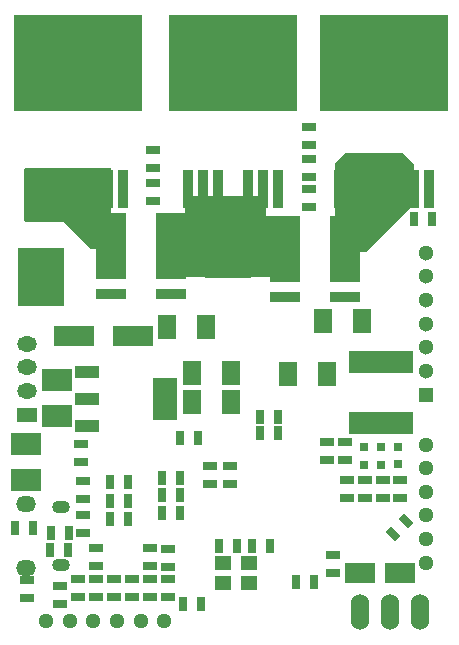
<source format=gbs>
%TF.GenerationSoftware,KiCad,Pcbnew,8.0.4-8.0.4-0~ubuntu20.04.1*%
%TF.CreationDate,2024-09-04T15:52:02+02:00*%
%TF.ProjectId,BLDC_4,424c4443-5f34-42e6-9b69-6361645f7063,A*%
%TF.SameCoordinates,Original*%
%TF.FileFunction,Soldermask,Bot*%
%TF.FilePolarity,Negative*%
%FSLAX46Y46*%
G04 Gerber Fmt 4.6, Leading zero omitted, Abs format (unit mm)*
G04 Created by KiCad (PCBNEW 8.0.4-8.0.4-0~ubuntu20.04.1) date 2024-09-04 15:52:02*
%MOMM*%
%LPD*%
G01*
G04 APERTURE LIST*
G04 Aperture macros list*
%AMRotRect*
0 Rectangle, with rotation*
0 The origin of the aperture is its center*
0 $1 length*
0 $2 width*
0 $3 Rotation angle, in degrees counterclockwise*
0 Add horizontal line*
21,1,$1,$2,0,0,$3*%
G04 Aperture macros list end*
%ADD10O,1.524000X3.048000*%
%ADD11C,1.300480*%
%ADD12R,1.699260X1.300000*%
%ADD13O,1.699260X1.300000*%
%ADD14O,1.700000X1.350000*%
%ADD15O,1.500000X1.100000*%
%ADD16R,1.300000X1.300000*%
%ADD17C,1.300000*%
%ADD18R,2.499360X1.950720*%
%ADD19R,5.499100X1.849120*%
%ADD20R,0.797560X0.797560*%
%ADD21R,4.000000X5.000000*%
%ADD22R,2.540000X5.588000*%
%ADD23R,2.540000X0.889000*%
%ADD24R,1.400000X1.200000*%
%ADD25R,2.540000X1.699260*%
%ADD26R,10.800080X8.150860*%
%ADD27R,0.899160X3.200400*%
%ADD28R,0.635000X1.143000*%
%ADD29RotRect,0.635000X1.143000X225.000000*%
%ADD30R,1.143000X0.635000*%
%ADD31R,1.524000X2.032000*%
%ADD32R,2.032000X1.016000*%
%ADD33R,2.032000X3.657600*%
%ADD34R,3.500120X1.800860*%
G04 APERTURE END LIST*
D10*
%TO.C,K1*%
X108712000Y-136398000D03*
X111252000Y-136398000D03*
X113792000Y-136398000D03*
%TD*%
D11*
%TO.C,P1*%
X82098740Y-137200000D03*
X84100260Y-137200000D03*
X86099240Y-137200000D03*
X88100760Y-137200000D03*
X90099740Y-137200000D03*
X92101260Y-137200000D03*
%TD*%
%TO.C,P2*%
X114300000Y-122252740D03*
X114300000Y-124254260D03*
X114300000Y-126253240D03*
X114300000Y-128254760D03*
X114300000Y-130253740D03*
X114300000Y-132255260D03*
%TD*%
D12*
%TO.C,P101*%
X80450000Y-119728280D03*
D13*
X80450000Y-117726760D03*
X80450000Y-115725240D03*
X80450000Y-113726260D03*
%TD*%
D14*
%TO.C,X1*%
X80370000Y-127270000D03*
D15*
X83370000Y-127580000D03*
X83370000Y-132420000D03*
D14*
X80370000Y-132730000D03*
%TD*%
D16*
%TO.C,P3*%
X114300000Y-118018560D03*
D17*
X114300000Y-116017040D03*
X114300000Y-114015520D03*
X114300000Y-112016540D03*
X114300000Y-110015020D03*
X114300000Y-108013500D03*
X114300000Y-106014520D03*
%TD*%
D18*
%TO.C,C25*%
X80391000Y-125222000D03*
X80391000Y-122174000D03*
%TD*%
%TO.C,C33*%
X83000000Y-116776000D03*
X83000000Y-119824000D03*
%TD*%
D19*
%TO.C,C51*%
X110490000Y-120431560D03*
X110490000Y-115280440D03*
%TD*%
D20*
%TO.C,D1*%
X111887000Y-123939300D03*
X111887000Y-122440700D03*
%TD*%
%TO.C,D2*%
X110450000Y-123949300D03*
X110450000Y-122450700D03*
%TD*%
%TO.C,D3*%
X109050000Y-123949300D03*
X109050000Y-122450700D03*
%TD*%
D21*
%TO.C,P4*%
X81661000Y-108077000D03*
%TD*%
%TO.C,P5*%
X97536000Y-105664000D03*
%TD*%
D22*
%TO.C,R53*%
X102362000Y-105664000D03*
X107442000Y-105664000D03*
D23*
X102362000Y-109791500D03*
X107442000Y-109791500D03*
%TD*%
D24*
%TO.C,X2*%
X97100000Y-132250000D03*
X99300000Y-132250000D03*
X99300000Y-133950000D03*
X97100000Y-133950000D03*
%TD*%
D22*
%TO.C,R54*%
X87630000Y-105410000D03*
X92710000Y-105410000D03*
D23*
X87630000Y-109537500D03*
X92710000Y-109537500D03*
%TD*%
D25*
%TO.C,D5*%
X112092740Y-133096000D03*
X108633260Y-133096000D03*
%TD*%
D26*
%TO.C,Q6*%
X84836000Y-89984580D03*
D27*
X88646000Y-100586540D03*
X87376000Y-100586540D03*
X86106000Y-100586540D03*
X83566000Y-100586540D03*
X82296000Y-100586540D03*
X81026000Y-100586540D03*
%TD*%
D26*
%TO.C,Q2*%
X110744000Y-89984580D03*
D27*
X114554000Y-100586540D03*
X113284000Y-100586540D03*
X112014000Y-100586540D03*
X109474000Y-100586540D03*
X108204000Y-100586540D03*
X106934000Y-100586540D03*
%TD*%
D26*
%TO.C,Q4*%
X97917000Y-89984580D03*
D27*
X101727000Y-100586540D03*
X100457000Y-100586540D03*
X99187000Y-100586540D03*
X96647000Y-100586540D03*
X95377000Y-100586540D03*
X94107000Y-100586540D03*
%TD*%
D28*
%TO.C,C2*%
X82538000Y-129700000D03*
X84062000Y-129700000D03*
%TD*%
D29*
%TO.C,C3*%
X112552815Y-128747185D03*
X111475185Y-129824815D03*
%TD*%
D30*
%TO.C,C4*%
X80500000Y-133738000D03*
X80500000Y-135262000D03*
%TD*%
%TO.C,C5*%
X92456000Y-132588000D03*
X92456000Y-131064000D03*
%TD*%
%TO.C,C6*%
X90900000Y-132562000D03*
X90900000Y-131038000D03*
%TD*%
%TO.C,C7*%
X86350000Y-132562000D03*
X86350000Y-131038000D03*
%TD*%
D31*
%TO.C,C9*%
X102549000Y-116300000D03*
X105851000Y-116300000D03*
%TD*%
D30*
%TO.C,C14*%
X96012000Y-124079000D03*
X96012000Y-125603000D03*
%TD*%
D28*
%TO.C,C15*%
X96774000Y-130810000D03*
X98298000Y-130810000D03*
%TD*%
D30*
%TO.C,C16*%
X107600000Y-126762000D03*
X107600000Y-125238000D03*
%TD*%
%TO.C,C17*%
X97663000Y-125603000D03*
X97663000Y-124079000D03*
%TD*%
D28*
%TO.C,C18*%
X100203000Y-121285000D03*
X101727000Y-121285000D03*
%TD*%
D30*
%TO.C,C20*%
X105918000Y-123571000D03*
X105918000Y-122047000D03*
%TD*%
%TO.C,C24*%
X85090000Y-123698000D03*
X85090000Y-122174000D03*
%TD*%
D28*
%TO.C,C31*%
X103251000Y-133858000D03*
X104775000Y-133858000D03*
%TD*%
%TO.C,C32*%
X95250000Y-135763000D03*
X93726000Y-135763000D03*
%TD*%
%TO.C,C38*%
X101092000Y-130810000D03*
X99568000Y-130810000D03*
%TD*%
D31*
%TO.C,C40*%
X105537000Y-111760000D03*
X108839000Y-111760000D03*
%TD*%
%TO.C,C43*%
X92329000Y-112268000D03*
X95631000Y-112268000D03*
%TD*%
%TO.C,C44*%
X94488000Y-116205000D03*
X97790000Y-116205000D03*
%TD*%
%TO.C,C49*%
X94488000Y-118618000D03*
X97790000Y-118618000D03*
%TD*%
D30*
%TO.C,C52*%
X107442000Y-123571000D03*
X107442000Y-122047000D03*
%TD*%
%TO.C,R3*%
X85200000Y-125338000D03*
X85200000Y-126862000D03*
%TD*%
%TO.C,R4*%
X85200000Y-129762000D03*
X85200000Y-128238000D03*
%TD*%
%TO.C,R5*%
X106426000Y-131572000D03*
X106426000Y-133096000D03*
%TD*%
D28*
%TO.C,R6*%
X80962000Y-129300000D03*
X79438000Y-129300000D03*
%TD*%
D30*
%TO.C,R7*%
X83312000Y-135762000D03*
X83312000Y-134238000D03*
%TD*%
%TO.C,R8*%
X86360000Y-135128000D03*
X86360000Y-133604000D03*
%TD*%
%TO.C,R9*%
X89408000Y-135128000D03*
X89408000Y-133604000D03*
%TD*%
%TO.C,R10*%
X92456000Y-135128000D03*
X92456000Y-133604000D03*
%TD*%
%TO.C,R11*%
X90932000Y-135128000D03*
X90932000Y-133604000D03*
%TD*%
%TO.C,R12*%
X87884000Y-135128000D03*
X87884000Y-133604000D03*
%TD*%
%TO.C,R13*%
X84836000Y-135128000D03*
X84836000Y-133604000D03*
%TD*%
D28*
%TO.C,R21*%
X93472000Y-121666000D03*
X94996000Y-121666000D03*
%TD*%
D30*
%TO.C,R22*%
X109100000Y-125238000D03*
X109100000Y-126762000D03*
%TD*%
D28*
%TO.C,R23*%
X87503000Y-128524000D03*
X89027000Y-128524000D03*
%TD*%
%TO.C,R24*%
X93462000Y-128050000D03*
X91938000Y-128050000D03*
%TD*%
%TO.C,R26*%
X87503000Y-127000000D03*
X89027000Y-127000000D03*
%TD*%
%TO.C,R27*%
X93462000Y-126550000D03*
X91938000Y-126550000D03*
%TD*%
%TO.C,R29*%
X114808000Y-103124000D03*
X113284000Y-103124000D03*
%TD*%
D30*
%TO.C,R30*%
X104394000Y-96901000D03*
X104394000Y-95377000D03*
%TD*%
D28*
%TO.C,R32*%
X87488000Y-125450000D03*
X89012000Y-125450000D03*
%TD*%
%TO.C,R33*%
X93462000Y-125050000D03*
X91938000Y-125050000D03*
%TD*%
D30*
%TO.C,R35*%
X104394000Y-100584000D03*
X104394000Y-102108000D03*
%TD*%
%TO.C,R36*%
X104394000Y-98044000D03*
X104394000Y-99568000D03*
%TD*%
%TO.C,R37*%
X112100000Y-125238000D03*
X112100000Y-126762000D03*
%TD*%
%TO.C,R38*%
X110600000Y-125238000D03*
X110600000Y-126762000D03*
%TD*%
%TO.C,R43*%
X91186000Y-100076000D03*
X91186000Y-101600000D03*
%TD*%
%TO.C,R46*%
X91186000Y-97282000D03*
X91186000Y-98806000D03*
%TD*%
D28*
%TO.C,R402*%
X83962000Y-131200000D03*
X82438000Y-131200000D03*
%TD*%
D32*
%TO.C,U2*%
X85598000Y-120650000D03*
X85598000Y-118364000D03*
D33*
X92202000Y-118364000D03*
D32*
X85598000Y-116078000D03*
%TD*%
D34*
%TO.C,D4*%
X84495640Y-113030000D03*
X89494360Y-113030000D03*
%TD*%
D28*
%TO.C,C26*%
X100203000Y-119888000D03*
X101727000Y-119888000D03*
%TD*%
G36*
X87572121Y-98826002D02*
G01*
X87618614Y-98879658D01*
X87630000Y-98932000D01*
X87630000Y-105538000D01*
X87609998Y-105606121D01*
X87556342Y-105652614D01*
X87504000Y-105664000D01*
X85904190Y-105664000D01*
X85836069Y-105643998D01*
X85815095Y-105627095D01*
X83566001Y-103378000D01*
X80390000Y-103378000D01*
X80321879Y-103357998D01*
X80275386Y-103304342D01*
X80264000Y-103252000D01*
X80264000Y-98932000D01*
X80284002Y-98863879D01*
X80337658Y-98817386D01*
X80390000Y-98806000D01*
X87504000Y-98806000D01*
X87572121Y-98826002D01*
G37*
G36*
X112283931Y-97556002D02*
G01*
X112304905Y-97572905D01*
X113247095Y-98515095D01*
X113281121Y-98577407D01*
X113284000Y-98604190D01*
X113284000Y-101801810D01*
X113263998Y-101869931D01*
X113247095Y-101890905D01*
X109256905Y-105881095D01*
X109194593Y-105915121D01*
X109167810Y-105918000D01*
X106679000Y-105918000D01*
X106610879Y-105897998D01*
X106564386Y-105844342D01*
X106553000Y-105792000D01*
X106553000Y-98477190D01*
X106573002Y-98409069D01*
X106589905Y-98388095D01*
X107405095Y-97572905D01*
X107467407Y-97538879D01*
X107494190Y-97536000D01*
X112215810Y-97536000D01*
X112283931Y-97556002D01*
G37*
G36*
X100653121Y-101239002D02*
G01*
X100699614Y-101292658D01*
X100711000Y-101345000D01*
X100711000Y-102870000D01*
X101093000Y-102870000D01*
X101161121Y-102890002D01*
X101207614Y-102943658D01*
X101219000Y-102996000D01*
X101219000Y-107951000D01*
X101198998Y-108019121D01*
X101145342Y-108065614D01*
X101093000Y-108077000D01*
X93979000Y-108077000D01*
X93910879Y-108056998D01*
X93864386Y-108003342D01*
X93853000Y-107951000D01*
X93853000Y-101345000D01*
X93873002Y-101276879D01*
X93926658Y-101230386D01*
X93979000Y-101219000D01*
X100585000Y-101219000D01*
X100653121Y-101239002D01*
G37*
M02*

</source>
